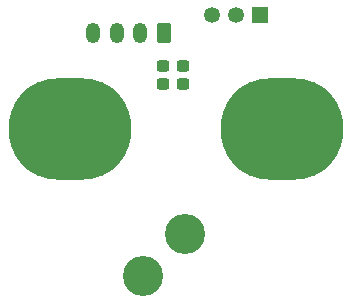
<source format=gbr>
%TF.GenerationSoftware,KiCad,Pcbnew,9.0.6*%
%TF.CreationDate,2025-11-20T15:49:29+01:00*%
%TF.ProjectId,N57__ldruckanzeige_Sensor,4e35375f-d66c-4647-9275-636b616e7a65,rev?*%
%TF.SameCoordinates,Original*%
%TF.FileFunction,Soldermask,Top*%
%TF.FilePolarity,Negative*%
%FSLAX46Y46*%
G04 Gerber Fmt 4.6, Leading zero omitted, Abs format (unit mm)*
G04 Created by KiCad (PCBNEW 9.0.6) date 2025-11-20 15:49:29*
%MOMM*%
%LPD*%
G01*
G04 APERTURE LIST*
G04 Aperture macros list*
%AMRoundRect*
0 Rectangle with rounded corners*
0 $1 Rounding radius*
0 $2 $3 $4 $5 $6 $7 $8 $9 X,Y pos of 4 corners*
0 Add a 4 corners polygon primitive as box body*
4,1,4,$2,$3,$4,$5,$6,$7,$8,$9,$2,$3,0*
0 Add four circle primitives for the rounded corners*
1,1,$1+$1,$2,$3*
1,1,$1+$1,$4,$5*
1,1,$1+$1,$6,$7*
1,1,$1+$1,$8,$9*
0 Add four rect primitives between the rounded corners*
20,1,$1+$1,$2,$3,$4,$5,0*
20,1,$1+$1,$4,$5,$6,$7,0*
20,1,$1+$1,$6,$7,$8,$9,0*
20,1,$1+$1,$8,$9,$2,$3,0*%
G04 Aperture macros list end*
%ADD10O,10.400000X8.600000*%
%ADD11C,3.400000*%
%ADD12RoundRect,0.237500X0.300000X0.237500X-0.300000X0.237500X-0.300000X-0.237500X0.300000X-0.237500X0*%
%ADD13R,1.350000X1.350000*%
%ADD14C,1.350000*%
%ADD15RoundRect,0.250000X0.350000X0.625000X-0.350000X0.625000X-0.350000X-0.625000X0.350000X-0.625000X0*%
%ADD16O,1.200000X1.750000*%
G04 APERTURE END LIST*
D10*
%TO.C,H1*%
X91000000Y-100000000D03*
%TD*%
D11*
%TO.C,J3*%
X97216233Y-112435767D03*
X100751767Y-108900233D03*
%TD*%
D12*
%TO.C,C2*%
X100608500Y-96190000D03*
X98883500Y-96190000D03*
%TD*%
D13*
%TO.C,J2*%
X107080000Y-90348000D03*
D14*
X105080000Y-90348000D03*
X103080000Y-90348000D03*
%TD*%
D12*
%TO.C,C1*%
X100608500Y-94666000D03*
X98883500Y-94666000D03*
%TD*%
D10*
%TO.C,H2*%
X109000000Y-100000000D03*
%TD*%
D15*
%TO.C,J1*%
X98984000Y-91872000D03*
D16*
X96984000Y-91872000D03*
X94984000Y-91872000D03*
X92984000Y-91872000D03*
%TD*%
M02*

</source>
